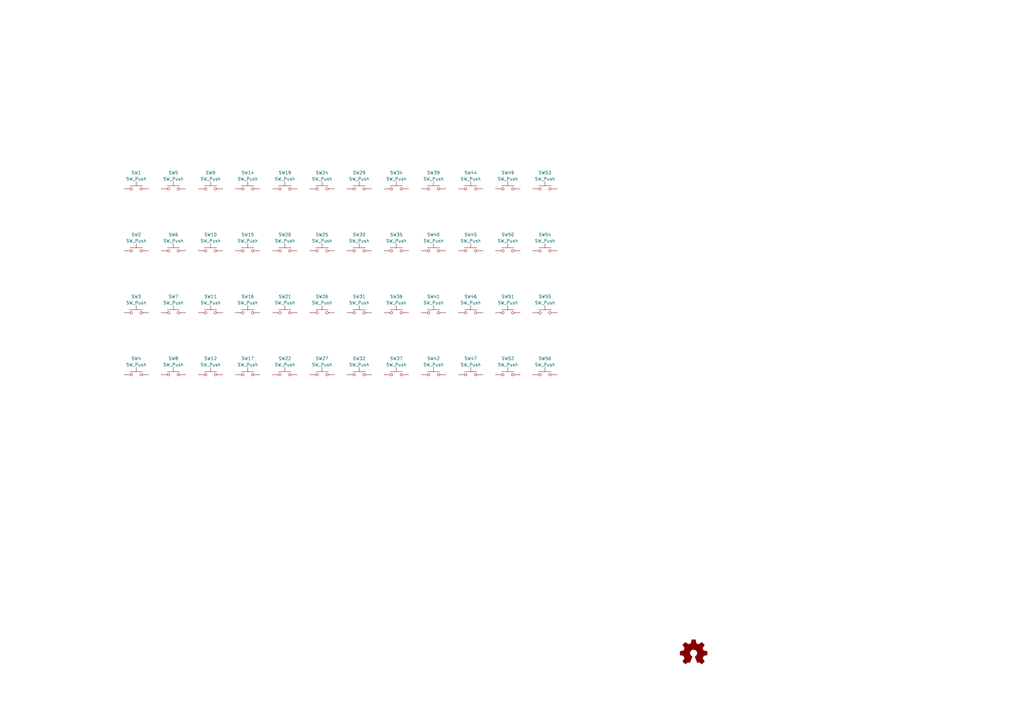
<source format=kicad_sch>
(kicad_sch (version 20211123) (generator eeschema)

  (uuid 1e61231f-0c0e-48bd-beef-c9849ffdfb3d)

  (paper "A3")

  (title_block
    (title "CMDR Mainboard")
    (date "2020-02-04")
    (rev "01")
    (company "CMtec")
  )

  (lib_symbols
    (symbol "Graphic:Logo_Open_Hardware_Small" (pin_names (offset 1.016)) (in_bom yes) (on_board yes)
      (property "Reference" "#LOGO" (id 0) (at 0 6.985 0)
        (effects (font (size 1.27 1.27)) hide)
      )
      (property "Value" "Logo_Open_Hardware_Small" (id 1) (at 0 -5.715 0)
        (effects (font (size 1.27 1.27)) hide)
      )
      (property "Footprint" "" (id 2) (at 0 0 0)
        (effects (font (size 1.27 1.27)) hide)
      )
      (property "Datasheet" "~" (id 3) (at 0 0 0)
        (effects (font (size 1.27 1.27)) hide)
      )
      (property "ki_keywords" "Logo" (id 4) (at 0 0 0)
        (effects (font (size 1.27 1.27)) hide)
      )
      (property "ki_description" "Open Hardware logo, small" (id 5) (at 0 0 0)
        (effects (font (size 1.27 1.27)) hide)
      )
      (symbol "Logo_Open_Hardware_Small_0_1"
        (polyline
          (pts
            (xy 3.3528 -4.3434)
            (xy 3.302 -4.318)
            (xy 3.175 -4.2418)
            (xy 2.9972 -4.1148)
            (xy 2.7686 -3.9624)
            (xy 2.54 -3.81)
            (xy 2.3622 -3.7084)
            (xy 2.2352 -3.6068)
            (xy 2.1844 -3.5814)
            (xy 2.159 -3.6068)
            (xy 2.0574 -3.6576)
            (xy 1.905 -3.7338)
            (xy 1.8034 -3.7846)
            (xy 1.6764 -3.8354)
            (xy 1.6002 -3.8354)
            (xy 1.6002 -3.8354)
            (xy 1.5494 -3.7338)
            (xy 1.4732 -3.5306)
            (xy 1.3462 -3.302)
            (xy 1.2446 -3.0226)
            (xy 1.1176 -2.7178)
            (xy 0.9652 -2.413)
            (xy 0.8636 -2.1082)
            (xy 0.7366 -1.8288)
            (xy 0.6604 -1.6256)
            (xy 0.6096 -1.4732)
            (xy 0.5842 -1.397)
            (xy 0.5842 -1.397)
            (xy 0.6604 -1.3208)
            (xy 0.7874 -1.2446)
            (xy 1.0414 -1.016)
            (xy 1.2954 -0.6858)
            (xy 1.4478 -0.3302)
            (xy 1.524 0.0762)
            (xy 1.4732 0.4572)
            (xy 1.3208 0.8128)
            (xy 1.0668 1.143)
            (xy 0.762 1.3716)
            (xy 0.4064 1.524)
            (xy 0 1.5748)
            (xy -0.381 1.5494)
            (xy -0.7366 1.397)
            (xy -1.0668 1.143)
            (xy -1.2192 0.9906)
            (xy -1.397 0.6604)
            (xy -1.524 0.3048)
            (xy -1.524 0.2286)
            (xy -1.4986 -0.1778)
            (xy -1.397 -0.5334)
            (xy -1.1938 -0.8636)
            (xy -0.9144 -1.143)
            (xy -0.8636 -1.1684)
            (xy -0.7366 -1.27)
            (xy -0.635 -1.3462)
            (xy -0.5842 -1.397)
            (xy -1.0668 -2.5908)
            (xy -1.143 -2.794)
            (xy -1.2954 -3.1242)
            (xy -1.397 -3.4036)
            (xy -1.4986 -3.6322)
            (xy -1.5748 -3.7846)
            (xy -1.6002 -3.8354)
            (xy -1.6002 -3.8354)
            (xy -1.651 -3.8354)
            (xy -1.7272 -3.81)
            (xy -1.905 -3.7338)
            (xy -2.0066 -3.683)
            (xy -2.1336 -3.6068)
            (xy -2.2098 -3.5814)
            (xy -2.2606 -3.6068)
            (xy -2.3622 -3.683)
            (xy -2.54 -3.81)
            (xy -2.7686 -3.9624)
            (xy -2.9718 -4.0894)
            (xy -3.1496 -4.2164)
            (xy -3.302 -4.318)
            (xy -3.3528 -4.3434)
            (xy -3.3782 -4.3434)
            (xy -3.429 -4.318)
            (xy -3.5306 -4.2164)
            (xy -3.7084 -4.064)
            (xy -3.937 -3.8354)
            (xy -3.9624 -3.81)
            (xy -4.1656 -3.6068)
            (xy -4.318 -3.4544)
            (xy -4.4196 -3.3274)
            (xy -4.445 -3.2766)
            (xy -4.445 -3.2766)
            (xy -4.4196 -3.2258)
            (xy -4.318 -3.0734)
            (xy -4.2164 -2.8956)
            (xy -4.064 -2.667)
            (xy -3.6576 -2.0828)
            (xy -3.8862 -1.5494)
            (xy -3.937 -1.3716)
            (xy -4.0386 -1.1684)
            (xy -4.0894 -1.0414)
            (xy -4.1148 -0.9652)
            (xy -4.191 -0.9398)
            (xy -4.318 -0.9144)
            (xy -4.5466 -0.8636)
            (xy -4.8006 -0.8128)
            (xy -5.0546 -0.7874)
            (xy -5.2578 -0.7366)
            (xy -5.4356 -0.7112)
            (xy -5.5118 -0.6858)
            (xy -5.5118 -0.6858)
            (xy -5.5372 -0.635)
            (xy -5.5372 -0.5588)
            (xy -5.5372 -0.4318)
            (xy -5.5626 -0.2286)
            (xy -5.5626 0.0762)
            (xy -5.5626 0.127)
            (xy -5.5372 0.4064)
            (xy -5.5372 0.635)
            (xy -5.5372 0.762)
            (xy -5.5372 0.8382)
            (xy -5.5372 0.8382)
            (xy -5.461 0.8382)
            (xy -5.3086 0.889)
            (xy -5.08 0.9144)
            (xy -4.826 0.9652)
            (xy -4.8006 0.9906)
            (xy -4.5466 1.0414)
            (xy -4.318 1.0668)
            (xy -4.1656 1.1176)
            (xy -4.0894 1.143)
            (xy -4.0894 1.143)
            (xy -4.0386 1.2446)
            (xy -3.9624 1.4224)
            (xy -3.8608 1.6256)
            (xy -3.7846 1.8288)
            (xy -3.7084 2.0066)
            (xy -3.6576 2.159)
            (xy -3.6322 2.2098)
            (xy -3.6322 2.2098)
            (xy -3.683 2.286)
            (xy -3.7592 2.413)
            (xy -3.8862 2.5908)
            (xy -4.064 2.8194)
            (xy -4.064 2.8448)
            (xy -4.2164 3.0734)
            (xy -4.3434 3.2512)
            (xy -4.4196 3.3782)
            (xy -4.445 3.4544)
            (xy -4.445 3.4544)
            (xy -4.3942 3.5052)
            (xy -4.2926 3.6322)
            (xy -4.1148 3.81)
            (xy -3.937 4.0132)
            (xy -3.8608 4.064)
            (xy -3.6576 4.2926)
            (xy -3.5052 4.4196)
            (xy -3.4036 4.4958)
            (xy -3.3528 4.5212)
            (xy -3.3528 4.5212)
            (xy -3.302 4.4704)
            (xy -3.1496 4.3688)
            (xy -2.9718 4.2418)
            (xy -2.7432 4.0894)
            (xy -2.7178 4.0894)
            (xy -2.4892 3.937)
            (xy -2.3114 3.81)
            (xy -2.1844 3.7084)
            (xy -2.1336 3.683)
            (xy -2.1082 3.683)
            (xy -2.032 3.7084)
            (xy -1.8542 3.7592)
            (xy -1.6764 3.8354)
            (xy -1.4732 3.937)
            (xy -1.27 4.0132)
            (xy -1.143 4.064)
            (xy -1.0668 4.1148)
            (xy -1.0668 4.1148)
            (xy -1.0414 4.191)
            (xy -1.016 4.3434)
            (xy -0.9652 4.572)
            (xy -0.9144 4.8514)
            (xy -0.889 4.9022)
            (xy -0.8382 5.1562)
            (xy -0.8128 5.3848)
            (xy -0.7874 5.5372)
            (xy -0.762 5.588)
            (xy -0.7112 5.6134)
            (xy -0.5842 5.6134)
            (xy -0.4064 5.6134)
            (xy -0.1524 5.6134)
            (xy 0.0762 5.6134)
            (xy 0.3302 5.6134)
            (xy 0.5334 5.6134)
            (xy 0.6858 5.588)
            (xy 0.7366 5.588)
            (xy 0.7366 5.588)
            (xy 0.762 5.5118)
            (xy 0.8128 5.334)
            (xy 0.8382 5.1054)
            (xy 0.9144 4.826)
            (xy 0.9144 4.7752)
            (xy 0.9652 4.5212)
            (xy 1.016 4.2926)
            (xy 1.0414 4.1402)
            (xy 1.0668 4.0894)
            (xy 1.0668 4.0894)
            (xy 1.1938 4.0386)
            (xy 1.3716 3.9624)
            (xy 1.5748 3.8608)
            (xy 2.0828 3.6576)
            (xy 2.7178 4.0894)
            (xy 2.7686 4.1402)
            (xy 2.9972 4.2926)
            (xy 3.175 4.4196)
            (xy 3.302 4.4958)
            (xy 3.3782 4.5212)
            (xy 3.3782 4.5212)
            (xy 3.429 4.4704)
            (xy 3.556 4.3434)
            (xy 3.7338 4.191)
            (xy 3.9116 3.9878)
            (xy 4.064 3.8354)
            (xy 4.2418 3.6576)
            (xy 4.3434 3.556)
            (xy 4.4196 3.4798)
            (xy 4.4196 3.429)
            (xy 4.4196 3.4036)
            (xy 4.3942 3.3274)
            (xy 4.2926 3.2004)
            (xy 4.1656 2.9972)
            (xy 4.0132 2.794)
            (xy 3.8862 2.5908)
            (xy 3.7592 2.3876)
            (xy 3.6576 2.2352)
            (xy 3.6322 2.159)
            (xy 3.6322 2.1336)
            (xy 3.683 2.0066)
            (xy 3.7592 1.8288)
            (xy 3.8608 1.6002)
            (xy 4.064 1.1176)
            (xy 4.3942 1.0414)
            (xy 4.5974 1.016)
            (xy 4.8768 0.9652)
            (xy 5.1308 0.9144)
            (xy 5.5372 0.8382)
            (xy 5.5626 -0.6604)
            (xy 5.4864 -0.6858)
            (xy 5.4356 -0.6858)
            (xy 5.2832 -0.7366)
            (xy 5.0546 -0.762)
            (xy 4.8006 -0.8128)
            (xy 4.5974 -0.8636)
            (xy 4.3688 -0.9144)
            (xy 4.2164 -0.9398)
            (xy 4.1402 -0.9398)
            (xy 4.1148 -0.9652)
            (xy 4.064 -1.0668)
            (xy 3.9878 -1.2446)
            (xy 3.9116 -1.4478)
            (xy 3.81 -1.651)
            (xy 3.7338 -1.8542)
            (xy 3.683 -2.0066)
            (xy 3.6576 -2.0828)
            (xy 3.683 -2.1336)
            (xy 3.7846 -2.2606)
            (xy 3.8862 -2.4638)
            (xy 4.0386 -2.667)
            (xy 4.191 -2.8956)
            (xy 4.318 -3.0734)
            (xy 4.3942 -3.2004)
            (xy 4.445 -3.2766)
            (xy 4.4196 -3.3274)
            (xy 4.3434 -3.429)
            (xy 4.1656 -3.5814)
            (xy 3.937 -3.8354)
            (xy 3.8862 -3.8608)
            (xy 3.683 -4.064)
            (xy 3.5306 -4.2164)
            (xy 3.4036 -4.318)
            (xy 3.3528 -4.3434)
          )
          (stroke (width 0) (type default) (color 0 0 0 0))
          (fill (type outline))
        )
      )
    )
    (symbol "Switch:SW_Push" (pin_numbers hide) (pin_names (offset 1.016) hide) (in_bom yes) (on_board yes)
      (property "Reference" "SW" (id 0) (at 1.27 2.54 0)
        (effects (font (size 1.27 1.27)) (justify left))
      )
      (property "Value" "SW_Push" (id 1) (at 0 -1.524 0)
        (effects (font (size 1.27 1.27)))
      )
      (property "Footprint" "" (id 2) (at 0 5.08 0)
        (effects (font (size 1.27 1.27)) hide)
      )
      (property "Datasheet" "~" (id 3) (at 0 5.08 0)
        (effects (font (size 1.27 1.27)) hide)
      )
      (property "ki_keywords" "switch normally-open pushbutton push-button" (id 4) (at 0 0 0)
        (effects (font (size 1.27 1.27)) hide)
      )
      (property "ki_description" "Push button switch, generic, two pins" (id 5) (at 0 0 0)
        (effects (font (size 1.27 1.27)) hide)
      )
      (symbol "SW_Push_0_1"
        (circle (center -2.032 0) (radius 0.508)
          (stroke (width 0) (type default) (color 0 0 0 0))
          (fill (type none))
        )
        (polyline
          (pts
            (xy 0 1.27)
            (xy 0 3.048)
          )
          (stroke (width 0) (type default) (color 0 0 0 0))
          (fill (type none))
        )
        (polyline
          (pts
            (xy 2.54 1.27)
            (xy -2.54 1.27)
          )
          (stroke (width 0) (type default) (color 0 0 0 0))
          (fill (type none))
        )
        (circle (center 2.032 0) (radius 0.508)
          (stroke (width 0) (type default) (color 0 0 0 0))
          (fill (type none))
        )
        (pin passive line (at -5.08 0 0) (length 2.54)
          (name "1" (effects (font (size 1.27 1.27))))
          (number "1" (effects (font (size 1.27 1.27))))
        )
        (pin passive line (at 5.08 0 180) (length 2.54)
          (name "2" (effects (font (size 1.27 1.27))))
          (number "2" (effects (font (size 1.27 1.27))))
        )
      )
    )
  )


  (symbol (lib_id "Graphic:Logo_Open_Hardware_Small") (at 284.48 267.97 0) (unit 1)
    (in_bom yes) (on_board yes)
    (uuid 00000000-0000-0000-0000-00005e3f020c)
    (property "Reference" "#LOGO1" (id 0) (at 284.48 260.985 0)
      (effects (font (size 1.27 1.27)) hide)
    )
    (property "Value" "Logo_Open_Hardware_Small" (id 1) (at 284.48 273.685 0)
      (effects (font (size 1.27 1.27)) hide)
    )
    (property "Footprint" "Symbol:OSHW-Logo2_14.6x12mm_SilkScreen" (id 2) (at 284.48 267.97 0)
      (effects (font (size 1.27 1.27)) hide)
    )
    (property "Datasheet" "~" (id 3) (at 284.48 267.97 0)
      (effects (font (size 1.27 1.27)) hide)
    )
  )

  (symbol (lib_id "Switch:SW_Push") (at 116.84 153.67 0) (unit 1)
    (in_bom yes) (on_board yes) (fields_autoplaced)
    (uuid 0cf92910-8599-4991-8b42-0cb4f999f29e)
    (property "Reference" "SW22" (id 0) (at 116.84 147.0492 0))
    (property "Value" "SW_Push" (id 1) (at 116.84 149.5861 0))
    (property "Footprint" "Switch_Keyboard_Cherry_MX:SW_Cherry_MX_Plate" (id 2) (at 116.84 148.59 0)
      (effects (font (size 1.27 1.27)) hide)
    )
    (property "Datasheet" "~" (id 3) (at 116.84 148.59 0)
      (effects (font (size 1.27 1.27)) hide)
    )
    (pin "1" (uuid 47802034-e453-45b2-96b5-8e2a33dd1a97))
    (pin "2" (uuid e93cd925-8711-42fe-8158-5f30676010ce))
  )

  (symbol (lib_id "Switch:SW_Push") (at 101.6 102.87 0) (unit 1)
    (in_bom yes) (on_board yes) (fields_autoplaced)
    (uuid 0f26e265-7ee7-4aa0-9ea6-b7157020f271)
    (property "Reference" "SW15" (id 0) (at 101.6 96.2492 0))
    (property "Value" "SW_Push" (id 1) (at 101.6 98.7861 0))
    (property "Footprint" "Switch_Keyboard_Cherry_MX:SW_Cherry_MX_Plate" (id 2) (at 101.6 97.79 0)
      (effects (font (size 1.27 1.27)) hide)
    )
    (property "Datasheet" "~" (id 3) (at 101.6 97.79 0)
      (effects (font (size 1.27 1.27)) hide)
    )
    (pin "1" (uuid da2a9609-bece-4f7a-998d-f6c7cfe86be3))
    (pin "2" (uuid a258fa96-d829-4aa5-8c72-1fd49bd738ee))
  )

  (symbol (lib_id "Switch:SW_Push") (at 177.8 153.67 0) (unit 1)
    (in_bom yes) (on_board yes) (fields_autoplaced)
    (uuid 1682e566-91ca-4f7e-8857-0ad6f988f681)
    (property "Reference" "SW42" (id 0) (at 177.8 147.0492 0))
    (property "Value" "SW_Push" (id 1) (at 177.8 149.5861 0))
    (property "Footprint" "Switch_Keyboard_Cherry_MX:SW_Cherry_MX_Plate" (id 2) (at 177.8 148.59 0)
      (effects (font (size 1.27 1.27)) hide)
    )
    (property "Datasheet" "~" (id 3) (at 177.8 148.59 0)
      (effects (font (size 1.27 1.27)) hide)
    )
    (pin "1" (uuid 90f1e625-527d-431e-844a-86e2c7b0777b))
    (pin "2" (uuid 0d69d325-e6f6-4151-a89e-01d7b0985055))
  )

  (symbol (lib_id "Switch:SW_Push") (at 55.88 153.67 0) (unit 1)
    (in_bom yes) (on_board yes) (fields_autoplaced)
    (uuid 18b38b4c-f93c-4d0f-ac55-f35f37583eb8)
    (property "Reference" "SW4" (id 0) (at 55.88 147.0492 0))
    (property "Value" "SW_Push" (id 1) (at 55.88 149.5861 0))
    (property "Footprint" "Switch_Keyboard_Cherry_MX:SW_Cherry_MX_Plate" (id 2) (at 55.88 148.59 0)
      (effects (font (size 1.27 1.27)) hide)
    )
    (property "Datasheet" "~" (id 3) (at 55.88 148.59 0)
      (effects (font (size 1.27 1.27)) hide)
    )
    (pin "1" (uuid 3b28dce5-ae69-48a9-ae24-26261bb3ebb2))
    (pin "2" (uuid ca3222fa-dc55-4b61-9aaa-cd15b9fae20c))
  )

  (symbol (lib_id "Switch:SW_Push") (at 71.12 153.67 0) (unit 1)
    (in_bom yes) (on_board yes) (fields_autoplaced)
    (uuid 1b25a92d-4fa6-4cca-ac35-af5e41647e63)
    (property "Reference" "SW8" (id 0) (at 71.12 147.0492 0))
    (property "Value" "SW_Push" (id 1) (at 71.12 149.5861 0))
    (property "Footprint" "Switch_Keyboard_Cherry_MX:SW_Cherry_MX_Plate" (id 2) (at 71.12 148.59 0)
      (effects (font (size 1.27 1.27)) hide)
    )
    (property "Datasheet" "~" (id 3) (at 71.12 148.59 0)
      (effects (font (size 1.27 1.27)) hide)
    )
    (pin "1" (uuid 248a55c2-6dc6-406d-838c-ac87d9d8aeb1))
    (pin "2" (uuid 28b68917-4082-4ba8-8514-7cff5b5be94d))
  )

  (symbol (lib_id "Switch:SW_Push") (at 223.52 128.27 0) (unit 1)
    (in_bom yes) (on_board yes) (fields_autoplaced)
    (uuid 1cc56d76-bc27-4bdd-ae10-160db188a053)
    (property "Reference" "SW55" (id 0) (at 223.52 121.6492 0))
    (property "Value" "SW_Push" (id 1) (at 223.52 124.1861 0))
    (property "Footprint" "Switch_Keyboard_Cherry_MX:SW_Cherry_MX_Plate" (id 2) (at 223.52 123.19 0)
      (effects (font (size 1.27 1.27)) hide)
    )
    (property "Datasheet" "~" (id 3) (at 223.52 123.19 0)
      (effects (font (size 1.27 1.27)) hide)
    )
    (pin "1" (uuid da88e09f-1596-44d2-8c25-89a5b3c6cbba))
    (pin "2" (uuid b9cffa98-6f30-44f1-b8b7-cf07c467ea5a))
  )

  (symbol (lib_id "Switch:SW_Push") (at 162.56 153.67 0) (unit 1)
    (in_bom yes) (on_board yes) (fields_autoplaced)
    (uuid 1e7d2456-3caf-4a43-8229-59b6e914abcd)
    (property "Reference" "SW37" (id 0) (at 162.56 147.0492 0))
    (property "Value" "SW_Push" (id 1) (at 162.56 149.5861 0))
    (property "Footprint" "Switch_Keyboard_Cherry_MX:SW_Cherry_MX_Plate" (id 2) (at 162.56 148.59 0)
      (effects (font (size 1.27 1.27)) hide)
    )
    (property "Datasheet" "~" (id 3) (at 162.56 148.59 0)
      (effects (font (size 1.27 1.27)) hide)
    )
    (pin "1" (uuid 7b42a372-7b83-4db5-b88d-6f11484c057e))
    (pin "2" (uuid aa7469f3-6557-4fb0-9565-a2d6209db77f))
  )

  (symbol (lib_id "Switch:SW_Push") (at 162.56 102.87 0) (unit 1)
    (in_bom yes) (on_board yes) (fields_autoplaced)
    (uuid 2ca56e6e-2c62-459d-bc1d-408b3dcf80d6)
    (property "Reference" "SW35" (id 0) (at 162.56 96.2492 0))
    (property "Value" "SW_Push" (id 1) (at 162.56 98.7861 0))
    (property "Footprint" "Switch_Keyboard_Cherry_MX:SW_Cherry_MX_Plate" (id 2) (at 162.56 97.79 0)
      (effects (font (size 1.27 1.27)) hide)
    )
    (property "Datasheet" "~" (id 3) (at 162.56 97.79 0)
      (effects (font (size 1.27 1.27)) hide)
    )
    (pin "1" (uuid 1476e2fb-e269-4a7f-96a4-727403eb483a))
    (pin "2" (uuid 26d56664-10f3-4306-a1a9-cd409ad9e868))
  )

  (symbol (lib_id "Switch:SW_Push") (at 86.36 102.87 0) (unit 1)
    (in_bom yes) (on_board yes) (fields_autoplaced)
    (uuid 2cec0f20-7c69-4089-aedf-a935746d41ae)
    (property "Reference" "SW10" (id 0) (at 86.36 96.2492 0))
    (property "Value" "SW_Push" (id 1) (at 86.36 98.7861 0))
    (property "Footprint" "Switch_Keyboard_Cherry_MX:SW_Cherry_MX_Plate" (id 2) (at 86.36 97.79 0)
      (effects (font (size 1.27 1.27)) hide)
    )
    (property "Datasheet" "~" (id 3) (at 86.36 97.79 0)
      (effects (font (size 1.27 1.27)) hide)
    )
    (pin "1" (uuid 14148867-d53e-4d9d-816e-de1ac186e4d4))
    (pin "2" (uuid 58d15900-4cc3-4362-a693-cedd3ab45d11))
  )

  (symbol (lib_id "Switch:SW_Push") (at 208.28 102.87 0) (unit 1)
    (in_bom yes) (on_board yes) (fields_autoplaced)
    (uuid 40dbfe91-5d27-4e6c-810c-4a8a99b6ae28)
    (property "Reference" "SW50" (id 0) (at 208.28 96.2492 0))
    (property "Value" "SW_Push" (id 1) (at 208.28 98.7861 0))
    (property "Footprint" "Switch_Keyboard_Cherry_MX:SW_Cherry_MX_Plate" (id 2) (at 208.28 97.79 0)
      (effects (font (size 1.27 1.27)) hide)
    )
    (property "Datasheet" "~" (id 3) (at 208.28 97.79 0)
      (effects (font (size 1.27 1.27)) hide)
    )
    (pin "1" (uuid ce6255e2-9fec-4fb8-baf7-1cf844041c06))
    (pin "2" (uuid ae481736-e50f-43f2-b4c1-30ffff769a4a))
  )

  (symbol (lib_id "Switch:SW_Push") (at 193.04 77.47 0) (unit 1)
    (in_bom yes) (on_board yes) (fields_autoplaced)
    (uuid 4856cae8-83e2-4e8f-90fd-fb1f8c93fc04)
    (property "Reference" "SW44" (id 0) (at 193.04 70.8492 0))
    (property "Value" "SW_Push" (id 1) (at 193.04 73.3861 0))
    (property "Footprint" "Switch_Keyboard_Cherry_MX:SW_Cherry_MX_Plate" (id 2) (at 193.04 72.39 0)
      (effects (font (size 1.27 1.27)) hide)
    )
    (property "Datasheet" "~" (id 3) (at 193.04 72.39 0)
      (effects (font (size 1.27 1.27)) hide)
    )
    (pin "1" (uuid b25e19fd-0369-4b58-8765-c6382acb8a00))
    (pin "2" (uuid ef520c99-2b02-41f4-a505-cfac0b6a34de))
  )

  (symbol (lib_id "Switch:SW_Push") (at 208.28 128.27 0) (unit 1)
    (in_bom yes) (on_board yes) (fields_autoplaced)
    (uuid 559b4d94-cb93-4c8c-a400-05b30cb989aa)
    (property "Reference" "SW51" (id 0) (at 208.28 121.6492 0))
    (property "Value" "SW_Push" (id 1) (at 208.28 124.1861 0))
    (property "Footprint" "Switch_Keyboard_Cherry_MX:SW_Cherry_MX_Plate" (id 2) (at 208.28 123.19 0)
      (effects (font (size 1.27 1.27)) hide)
    )
    (property "Datasheet" "~" (id 3) (at 208.28 123.19 0)
      (effects (font (size 1.27 1.27)) hide)
    )
    (pin "1" (uuid b6f050b6-cdd6-405e-b91c-9c550dbe01a0))
    (pin "2" (uuid c6e60a7a-d002-4ef2-bfc0-b54dc6cf81c9))
  )

  (symbol (lib_id "Switch:SW_Push") (at 223.52 77.47 0) (unit 1)
    (in_bom yes) (on_board yes) (fields_autoplaced)
    (uuid 56598d35-db53-4e8b-b068-25db11ea189d)
    (property "Reference" "SW53" (id 0) (at 223.52 70.8492 0))
    (property "Value" "SW_Push" (id 1) (at 223.52 73.3861 0))
    (property "Footprint" "Switch_Keyboard_Cherry_MX:SW_Cherry_MX_Plate" (id 2) (at 223.52 72.39 0)
      (effects (font (size 1.27 1.27)) hide)
    )
    (property "Datasheet" "~" (id 3) (at 223.52 72.39 0)
      (effects (font (size 1.27 1.27)) hide)
    )
    (pin "1" (uuid 7bd97f1c-3b8c-4e69-b71f-a11ac4101016))
    (pin "2" (uuid 00452314-9bfa-4a5f-a431-eb394c209c27))
  )

  (symbol (lib_id "Switch:SW_Push") (at 86.36 128.27 0) (unit 1)
    (in_bom yes) (on_board yes) (fields_autoplaced)
    (uuid 56c1fe9a-7e35-4f46-b495-c6eef3cefd8e)
    (property "Reference" "SW11" (id 0) (at 86.36 121.6492 0))
    (property "Value" "SW_Push" (id 1) (at 86.36 124.1861 0))
    (property "Footprint" "Switch_Keyboard_Cherry_MX:SW_Cherry_MX_Plate" (id 2) (at 86.36 123.19 0)
      (effects (font (size 1.27 1.27)) hide)
    )
    (property "Datasheet" "~" (id 3) (at 86.36 123.19 0)
      (effects (font (size 1.27 1.27)) hide)
    )
    (pin "1" (uuid 7c7e8287-3bea-48e0-a909-711f06ea9fd3))
    (pin "2" (uuid a6da9f6a-85fd-4965-bdf9-408b3c08d99a))
  )

  (symbol (lib_id "Switch:SW_Push") (at 132.08 77.47 0) (unit 1)
    (in_bom yes) (on_board yes) (fields_autoplaced)
    (uuid 577e4950-b37b-458f-9591-80706bcee575)
    (property "Reference" "SW24" (id 0) (at 132.08 70.8492 0))
    (property "Value" "SW_Push" (id 1) (at 132.08 73.3861 0))
    (property "Footprint" "Switch_Keyboard_Cherry_MX:SW_Cherry_MX_Plate" (id 2) (at 132.08 72.39 0)
      (effects (font (size 1.27 1.27)) hide)
    )
    (property "Datasheet" "~" (id 3) (at 132.08 72.39 0)
      (effects (font (size 1.27 1.27)) hide)
    )
    (pin "1" (uuid 892f294f-b0d5-4b46-b65b-e9e46c92a3e3))
    (pin "2" (uuid 29907b78-d668-4ccd-81ee-b82ab6055210))
  )

  (symbol (lib_id "Switch:SW_Push") (at 208.28 153.67 0) (unit 1)
    (in_bom yes) (on_board yes) (fields_autoplaced)
    (uuid 61eeffb9-9c46-4728-becf-a0acb76c90bb)
    (property "Reference" "SW52" (id 0) (at 208.28 147.0492 0))
    (property "Value" "SW_Push" (id 1) (at 208.28 149.5861 0))
    (property "Footprint" "Switch_Keyboard_Cherry_MX:SW_Cherry_MX_Plate" (id 2) (at 208.28 148.59 0)
      (effects (font (size 1.27 1.27)) hide)
    )
    (property "Datasheet" "~" (id 3) (at 208.28 148.59 0)
      (effects (font (size 1.27 1.27)) hide)
    )
    (pin "1" (uuid 73483275-5a81-4376-b9e2-7ada01f23a57))
    (pin "2" (uuid 9cb6a763-ca59-467e-a167-eb7ece67b768))
  )

  (symbol (lib_id "Switch:SW_Push") (at 101.6 128.27 0) (unit 1)
    (in_bom yes) (on_board yes) (fields_autoplaced)
    (uuid 6322a36a-7185-4214-a06c-3fe89d0d0fa8)
    (property "Reference" "SW16" (id 0) (at 101.6 121.6492 0))
    (property "Value" "SW_Push" (id 1) (at 101.6 124.1861 0))
    (property "Footprint" "Switch_Keyboard_Cherry_MX:SW_Cherry_MX_Plate" (id 2) (at 101.6 123.19 0)
      (effects (font (size 1.27 1.27)) hide)
    )
    (property "Datasheet" "~" (id 3) (at 101.6 123.19 0)
      (effects (font (size 1.27 1.27)) hide)
    )
    (pin "1" (uuid 1ea9560d-51f1-443f-b9de-ae1306075ec7))
    (pin "2" (uuid 77b5d70a-7867-40d6-9675-783fe4c5d1a3))
  )

  (symbol (lib_id "Switch:SW_Push") (at 193.04 128.27 0) (unit 1)
    (in_bom yes) (on_board yes) (fields_autoplaced)
    (uuid 679199d2-3e58-4b1e-a8e0-a8f26548e0cc)
    (property "Reference" "SW46" (id 0) (at 193.04 121.6492 0))
    (property "Value" "SW_Push" (id 1) (at 193.04 124.1861 0))
    (property "Footprint" "Switch_Keyboard_Cherry_MX:SW_Cherry_MX_Plate" (id 2) (at 193.04 123.19 0)
      (effects (font (size 1.27 1.27)) hide)
    )
    (property "Datasheet" "~" (id 3) (at 193.04 123.19 0)
      (effects (font (size 1.27 1.27)) hide)
    )
    (pin "1" (uuid 6a12208c-2c71-4e56-b3c9-4c2290d3800f))
    (pin "2" (uuid da9c4408-7b45-4baf-819d-eab25e13bf39))
  )

  (symbol (lib_id "Switch:SW_Push") (at 55.88 77.47 0) (unit 1)
    (in_bom yes) (on_board yes) (fields_autoplaced)
    (uuid 6ba4e638-190d-44a7-96cf-46103f297aaa)
    (property "Reference" "SW1" (id 0) (at 55.88 70.8492 0))
    (property "Value" "SW_Push" (id 1) (at 55.88 73.3861 0))
    (property "Footprint" "Switch_Keyboard_Cherry_MX:SW_Cherry_MX_Plate" (id 2) (at 55.88 72.39 0)
      (effects (font (size 1.27 1.27)) hide)
    )
    (property "Datasheet" "~" (id 3) (at 55.88 72.39 0)
      (effects (font (size 1.27 1.27)) hide)
    )
    (pin "1" (uuid 846e5bf5-3e98-44a8-8e21-65b055c36e92))
    (pin "2" (uuid c6238753-2341-4913-bc73-f872274eadff))
  )

  (symbol (lib_id "Switch:SW_Push") (at 116.84 102.87 0) (unit 1)
    (in_bom yes) (on_board yes) (fields_autoplaced)
    (uuid 6f30f2d5-a470-465d-80e2-448a47167969)
    (property "Reference" "SW20" (id 0) (at 116.84 96.2492 0))
    (property "Value" "SW_Push" (id 1) (at 116.84 98.7861 0))
    (property "Footprint" "Switch_Keyboard_Cherry_MX:SW_Cherry_MX_Plate" (id 2) (at 116.84 97.79 0)
      (effects (font (size 1.27 1.27)) hide)
    )
    (property "Datasheet" "~" (id 3) (at 116.84 97.79 0)
      (effects (font (size 1.27 1.27)) hide)
    )
    (pin "1" (uuid 03717522-8395-432a-b11e-ce07d01806f6))
    (pin "2" (uuid 06b4c64c-dbcc-46ad-b8e0-3590e8e66133))
  )

  (symbol (lib_id "Switch:SW_Push") (at 71.12 128.27 0) (unit 1)
    (in_bom yes) (on_board yes) (fields_autoplaced)
    (uuid 72a8c3d0-5725-4a5d-8236-f6ffa615e17e)
    (property "Reference" "SW7" (id 0) (at 71.12 121.6492 0))
    (property "Value" "SW_Push" (id 1) (at 71.12 124.1861 0))
    (property "Footprint" "Switch_Keyboard_Cherry_MX:SW_Cherry_MX_Plate" (id 2) (at 71.12 123.19 0)
      (effects (font (size 1.27 1.27)) hide)
    )
    (property "Datasheet" "~" (id 3) (at 71.12 123.19 0)
      (effects (font (size 1.27 1.27)) hide)
    )
    (pin "1" (uuid ff37895c-622c-4b29-ba92-339b486abbb8))
    (pin "2" (uuid dcf69d86-a18f-4096-a1ab-8d32d355ec76))
  )

  (symbol (lib_id "Switch:SW_Push") (at 177.8 128.27 0) (unit 1)
    (in_bom yes) (on_board yes) (fields_autoplaced)
    (uuid 730591f4-79a8-41cf-b8cf-07025b672674)
    (property "Reference" "SW41" (id 0) (at 177.8 121.6492 0))
    (property "Value" "SW_Push" (id 1) (at 177.8 124.1861 0))
    (property "Footprint" "Switch_Keyboard_Cherry_MX:SW_Cherry_MX_Plate" (id 2) (at 177.8 123.19 0)
      (effects (font (size 1.27 1.27)) hide)
    )
    (property "Datasheet" "~" (id 3) (at 177.8 123.19 0)
      (effects (font (size 1.27 1.27)) hide)
    )
    (pin "1" (uuid eb5b86e2-8482-4929-9ea7-584cfdbab810))
    (pin "2" (uuid 76a482d4-edb4-4a44-83e3-6e93f9318391))
  )

  (symbol (lib_id "Switch:SW_Push") (at 147.32 153.67 0) (unit 1)
    (in_bom yes) (on_board yes) (fields_autoplaced)
    (uuid 767c7f7a-d46b-4902-8d8a-fe05ee8c6832)
    (property "Reference" "SW32" (id 0) (at 147.32 147.0492 0))
    (property "Value" "SW_Push" (id 1) (at 147.32 149.5861 0))
    (property "Footprint" "Switch_Keyboard_Cherry_MX:SW_Cherry_MX_Plate" (id 2) (at 147.32 148.59 0)
      (effects (font (size 1.27 1.27)) hide)
    )
    (property "Datasheet" "~" (id 3) (at 147.32 148.59 0)
      (effects (font (size 1.27 1.27)) hide)
    )
    (pin "1" (uuid 00760e5a-32f5-48de-b964-14851fa7b70c))
    (pin "2" (uuid 4c466633-91ad-4826-82ca-a70405657ead))
  )

  (symbol (lib_id "Switch:SW_Push") (at 132.08 102.87 0) (unit 1)
    (in_bom yes) (on_board yes) (fields_autoplaced)
    (uuid 847e091e-9a9f-45b5-b94e-6fd8b52a85fb)
    (property "Reference" "SW25" (id 0) (at 132.08 96.2492 0))
    (property "Value" "SW_Push" (id 1) (at 132.08 98.7861 0))
    (property "Footprint" "Switch_Keyboard_Cherry_MX:SW_Cherry_MX_Plate" (id 2) (at 132.08 97.79 0)
      (effects (font (size 1.27 1.27)) hide)
    )
    (property "Datasheet" "~" (id 3) (at 132.08 97.79 0)
      (effects (font (size 1.27 1.27)) hide)
    )
    (pin "1" (uuid 54675d40-f5db-4bf9-80c5-a6ce7b11e0f9))
    (pin "2" (uuid 652e21ef-2200-4e2d-92d8-1c8842d4cd16))
  )

  (symbol (lib_id "Switch:SW_Push") (at 177.8 102.87 0) (unit 1)
    (in_bom yes) (on_board yes) (fields_autoplaced)
    (uuid 8712b287-447a-4f8e-ac28-e6b1ff2ab086)
    (property "Reference" "SW40" (id 0) (at 177.8 96.2492 0))
    (property "Value" "SW_Push" (id 1) (at 177.8 98.7861 0))
    (property "Footprint" "Switch_Keyboard_Cherry_MX:SW_Cherry_MX_Plate" (id 2) (at 177.8 97.79 0)
      (effects (font (size 1.27 1.27)) hide)
    )
    (property "Datasheet" "~" (id 3) (at 177.8 97.79 0)
      (effects (font (size 1.27 1.27)) hide)
    )
    (pin "1" (uuid 63afab28-1c8c-433f-8c96-3901fdea513a))
    (pin "2" (uuid 448314e2-ec7d-4487-931d-03d7d9944d84))
  )

  (symbol (lib_id "Switch:SW_Push") (at 86.36 153.67 0) (unit 1)
    (in_bom yes) (on_board yes) (fields_autoplaced)
    (uuid 8a0b9652-367e-4033-9612-5deafe6b471d)
    (property "Reference" "SW12" (id 0) (at 86.36 147.0492 0))
    (property "Value" "SW_Push" (id 1) (at 86.36 149.5861 0))
    (property "Footprint" "Switch_Keyboard_Cherry_MX:SW_Cherry_MX_Plate" (id 2) (at 86.36 148.59 0)
      (effects (font (size 1.27 1.27)) hide)
    )
    (property "Datasheet" "~" (id 3) (at 86.36 148.59 0)
      (effects (font (size 1.27 1.27)) hide)
    )
    (pin "1" (uuid de69e628-a160-4d28-833c-fe9ea51f586b))
    (pin "2" (uuid 8116d410-5ded-4a49-b029-e25baef2420c))
  )

  (symbol (lib_id "Switch:SW_Push") (at 101.6 77.47 0) (unit 1)
    (in_bom yes) (on_board yes) (fields_autoplaced)
    (uuid 9ee02a3f-7c06-4e1a-ad68-5f74f2f8dca1)
    (property "Reference" "SW14" (id 0) (at 101.6 70.8492 0))
    (property "Value" "SW_Push" (id 1) (at 101.6 73.3861 0))
    (property "Footprint" "Switch_Keyboard_Cherry_MX:SW_Cherry_MX_Plate" (id 2) (at 101.6 72.39 0)
      (effects (font (size 1.27 1.27)) hide)
    )
    (property "Datasheet" "~" (id 3) (at 101.6 72.39 0)
      (effects (font (size 1.27 1.27)) hide)
    )
    (pin "1" (uuid de51d36e-a952-44a5-84a6-ca92b5694b4a))
    (pin "2" (uuid cfb42a48-7c03-4ec7-9480-5bfcce64f8f2))
  )

  (symbol (lib_id "Switch:SW_Push") (at 162.56 128.27 0) (unit 1)
    (in_bom yes) (on_board yes) (fields_autoplaced)
    (uuid 9f9e1db9-c8c1-4e10-b041-ef5013743946)
    (property "Reference" "SW36" (id 0) (at 162.56 121.6492 0))
    (property "Value" "SW_Push" (id 1) (at 162.56 124.1861 0))
    (property "Footprint" "Switch_Keyboard_Cherry_MX:SW_Cherry_MX_Plate" (id 2) (at 162.56 123.19 0)
      (effects (font (size 1.27 1.27)) hide)
    )
    (property "Datasheet" "~" (id 3) (at 162.56 123.19 0)
      (effects (font (size 1.27 1.27)) hide)
    )
    (pin "1" (uuid d0992a87-f9ca-4ad1-b49f-5418f53a75e3))
    (pin "2" (uuid 995ccadc-6443-4848-a92a-2be5c2bff930))
  )

  (symbol (lib_id "Switch:SW_Push") (at 177.8 77.47 0) (unit 1)
    (in_bom yes) (on_board yes) (fields_autoplaced)
    (uuid a0497e7a-8615-494b-a3f7-a7a525a090b2)
    (property "Reference" "SW39" (id 0) (at 177.8 70.8492 0))
    (property "Value" "SW_Push" (id 1) (at 177.8 73.3861 0))
    (property "Footprint" "Switch_Keyboard_Cherry_MX:SW_Cherry_MX_Plate" (id 2) (at 177.8 72.39 0)
      (effects (font (size 1.27 1.27)) hide)
    )
    (property "Datasheet" "~" (id 3) (at 177.8 72.39 0)
      (effects (font (size 1.27 1.27)) hide)
    )
    (pin "1" (uuid af0bb9fe-a3b6-4570-9156-389f5bbcaa6c))
    (pin "2" (uuid b8ebf39e-023e-4664-a2f7-d09c11d791a7))
  )

  (symbol (lib_id "Switch:SW_Push") (at 193.04 153.67 0) (unit 1)
    (in_bom yes) (on_board yes) (fields_autoplaced)
    (uuid ae478ca1-ec2e-4f15-9c1e-2e4af51bb779)
    (property "Reference" "SW47" (id 0) (at 193.04 147.0492 0))
    (property "Value" "SW_Push" (id 1) (at 193.04 149.5861 0))
    (property "Footprint" "Switch_Keyboard_Cherry_MX:SW_Cherry_MX_Plate" (id 2) (at 193.04 148.59 0)
      (effects (font (size 1.27 1.27)) hide)
    )
    (property "Datasheet" "~" (id 3) (at 193.04 148.59 0)
      (effects (font (size 1.27 1.27)) hide)
    )
    (pin "1" (uuid 6e7641c5-ea08-4e59-bbbc-c41db9f210f3))
    (pin "2" (uuid c0e2f282-4c7d-497d-99ff-40c6f1fedc81))
  )

  (symbol (lib_id "Switch:SW_Push") (at 86.36 77.47 0) (unit 1)
    (in_bom yes) (on_board yes) (fields_autoplaced)
    (uuid b21e9544-83dc-4ff4-bada-48117989c1c7)
    (property "Reference" "SW9" (id 0) (at 86.36 70.8492 0))
    (property "Value" "SW_Push" (id 1) (at 86.36 73.3861 0))
    (property "Footprint" "Switch_Keyboard_Cherry_MX:SW_Cherry_MX_Plate" (id 2) (at 86.36 72.39 0)
      (effects (font (size 1.27 1.27)) hide)
    )
    (property "Datasheet" "~" (id 3) (at 86.36 72.39 0)
      (effects (font (size 1.27 1.27)) hide)
    )
    (pin "1" (uuid b36d0f43-bee9-4fde-b5fd-76fce0b7ee9b))
    (pin "2" (uuid fb7766f7-a04c-4648-aae0-c29716b016ec))
  )

  (symbol (lib_id "Switch:SW_Push") (at 116.84 77.47 0) (unit 1)
    (in_bom yes) (on_board yes) (fields_autoplaced)
    (uuid b38fd2ca-6f68-4e70-9b86-9bdf66241350)
    (property "Reference" "SW19" (id 0) (at 116.84 70.8492 0))
    (property "Value" "SW_Push" (id 1) (at 116.84 73.3861 0))
    (property "Footprint" "Switch_Keyboard_Cherry_MX:SW_Cherry_MX_Plate" (id 2) (at 116.84 72.39 0)
      (effects (font (size 1.27 1.27)) hide)
    )
    (property "Datasheet" "~" (id 3) (at 116.84 72.39 0)
      (effects (font (size 1.27 1.27)) hide)
    )
    (pin "1" (uuid f9759f7b-a61f-4591-a829-9299c7a0ea78))
    (pin "2" (uuid c3493068-6383-41c8-b401-96399e897781))
  )

  (symbol (lib_id "Switch:SW_Push") (at 147.32 102.87 0) (unit 1)
    (in_bom yes) (on_board yes) (fields_autoplaced)
    (uuid b5550252-e000-488e-a0fb-a03adef34dd6)
    (property "Reference" "SW30" (id 0) (at 147.32 96.2492 0))
    (property "Value" "SW_Push" (id 1) (at 147.32 98.7861 0))
    (property "Footprint" "Switch_Keyboard_Cherry_MX:SW_Cherry_MX_Plate" (id 2) (at 147.32 97.79 0)
      (effects (font (size 1.27 1.27)) hide)
    )
    (property "Datasheet" "~" (id 3) (at 147.32 97.79 0)
      (effects (font (size 1.27 1.27)) hide)
    )
    (pin "1" (uuid 919e9e92-58c8-4da9-a6b2-ae57f653ec69))
    (pin "2" (uuid bdb25253-4929-4e2e-a489-e4e79e0acb59))
  )

  (symbol (lib_id "Switch:SW_Push") (at 147.32 77.47 0) (unit 1)
    (in_bom yes) (on_board yes) (fields_autoplaced)
    (uuid b9e72ab6-d356-450f-848c-1b03d5a7a797)
    (property "Reference" "SW29" (id 0) (at 147.32 70.8492 0))
    (property "Value" "SW_Push" (id 1) (at 147.32 73.3861 0))
    (property "Footprint" "Switch_Keyboard_Cherry_MX:SW_Cherry_MX_Plate" (id 2) (at 147.32 72.39 0)
      (effects (font (size 1.27 1.27)) hide)
    )
    (property "Datasheet" "~" (id 3) (at 147.32 72.39 0)
      (effects (font (size 1.27 1.27)) hide)
    )
    (pin "1" (uuid 0a4f84eb-b127-4b85-9461-72a8abc9976d))
    (pin "2" (uuid 010e0193-5ec9-467c-b4b9-a90da2dc6923))
  )

  (symbol (lib_id "Switch:SW_Push") (at 132.08 153.67 0) (unit 1)
    (in_bom yes) (on_board yes) (fields_autoplaced)
    (uuid baed529e-1891-4b67-9820-c26a85089796)
    (property "Reference" "SW27" (id 0) (at 132.08 147.0492 0))
    (property "Value" "SW_Push" (id 1) (at 132.08 149.5861 0))
    (property "Footprint" "Switch_Keyboard_Cherry_MX:SW_Cherry_MX_Plate" (id 2) (at 132.08 148.59 0)
      (effects (font (size 1.27 1.27)) hide)
    )
    (property "Datasheet" "~" (id 3) (at 132.08 148.59 0)
      (effects (font (size 1.27 1.27)) hide)
    )
    (pin "1" (uuid 6e780e42-8368-40cd-a614-0ae4cc400666))
    (pin "2" (uuid 29d3b663-3785-4df4-ac8c-1a35665ed67d))
  )

  (symbol (lib_id "Switch:SW_Push") (at 132.08 128.27 0) (unit 1)
    (in_bom yes) (on_board yes) (fields_autoplaced)
    (uuid c1be89a0-4d3f-4fb6-ad24-c0e2d99c4b32)
    (property "Reference" "SW26" (id 0) (at 132.08 121.6492 0))
    (property "Value" "SW_Push" (id 1) (at 132.08 124.1861 0))
    (property "Footprint" "Switch_Keyboard_Cherry_MX:SW_Cherry_MX_Plate" (id 2) (at 132.08 123.19 0)
      (effects (font (size 1.27 1.27)) hide)
    )
    (property "Datasheet" "~" (id 3) (at 132.08 123.19 0)
      (effects (font (size 1.27 1.27)) hide)
    )
    (pin "1" (uuid b9c4efc7-c064-4d21-ac7d-5ba4ffd71463))
    (pin "2" (uuid 3b09fd19-b8d2-42ff-b82c-b9f3588b25bf))
  )

  (symbol (lib_id "Switch:SW_Push") (at 223.52 153.67 0) (unit 1)
    (in_bom yes) (on_board yes) (fields_autoplaced)
    (uuid c25feb98-59c8-423a-96bb-bd1fcff37c5a)
    (property "Reference" "SW56" (id 0) (at 223.52 147.0492 0))
    (property "Value" "SW_Push" (id 1) (at 223.52 149.5861 0))
    (property "Footprint" "Switch_Keyboard_Cherry_MX:SW_Cherry_MX_Plate" (id 2) (at 223.52 148.59 0)
      (effects (font (size 1.27 1.27)) hide)
    )
    (property "Datasheet" "~" (id 3) (at 223.52 148.59 0)
      (effects (font (size 1.27 1.27)) hide)
    )
    (pin "1" (uuid 3139de6d-2e7c-46e4-bc79-b445246fc617))
    (pin "2" (uuid 63342ad5-f43c-4dad-875c-97eb6ab4574a))
  )

  (symbol (lib_id "Switch:SW_Push") (at 223.52 102.87 0) (unit 1)
    (in_bom yes) (on_board yes) (fields_autoplaced)
    (uuid c9a87460-eb81-4e99-b9dd-d6774728cab2)
    (property "Reference" "SW54" (id 0) (at 223.52 96.2492 0))
    (property "Value" "SW_Push" (id 1) (at 223.52 98.7861 0))
    (property "Footprint" "Switch_Keyboard_Cherry_MX:SW_Cherry_MX_Plate" (id 2) (at 223.52 97.79 0)
      (effects (font (size 1.27 1.27)) hide)
    )
    (property "Datasheet" "~" (id 3) (at 223.52 97.79 0)
      (effects (font (size 1.27 1.27)) hide)
    )
    (pin "1" (uuid 8403a48c-18b5-4a1d-bcb0-241fbcef5df2))
    (pin "2" (uuid b08b13f7-64af-4d1a-ac16-768616aaa263))
  )

  (symbol (lib_id "Switch:SW_Push") (at 147.32 128.27 0) (unit 1)
    (in_bom yes) (on_board yes) (fields_autoplaced)
    (uuid c9d6d3df-6930-4ccd-a085-0b85eef7172c)
    (property "Reference" "SW31" (id 0) (at 147.32 121.6492 0))
    (property "Value" "SW_Push" (id 1) (at 147.32 124.1861 0))
    (property "Footprint" "Switch_Keyboard_Cherry_MX:SW_Cherry_MX_Plate" (id 2) (at 147.32 123.19 0)
      (effects (font (size 1.27 1.27)) hide)
    )
    (property "Datasheet" "~" (id 3) (at 147.32 123.19 0)
      (effects (font (size 1.27 1.27)) hide)
    )
    (pin "1" (uuid cdddf3e7-af29-4f75-bf05-9d5d05c7cce0))
    (pin "2" (uuid 0438e5e3-7a47-4814-bed4-b9aa96360fa5))
  )

  (symbol (lib_id "Switch:SW_Push") (at 101.6 153.67 0) (unit 1)
    (in_bom yes) (on_board yes) (fields_autoplaced)
    (uuid d235f055-d129-4f26-acb9-dd2259579066)
    (property "Reference" "SW17" (id 0) (at 101.6 147.0492 0))
    (property "Value" "SW_Push" (id 1) (at 101.6 149.5861 0))
    (property "Footprint" "Switch_Keyboard_Cherry_MX:SW_Cherry_MX_Plate" (id 2) (at 101.6 148.59 0)
      (effects (font (size 1.27 1.27)) hide)
    )
    (property "Datasheet" "~" (id 3) (at 101.6 148.59 0)
      (effects (font (size 1.27 1.27)) hide)
    )
    (pin "1" (uuid 1fbbb664-0bef-4720-b9ad-f8bc13ca6870))
    (pin "2" (uuid e6671e31-c270-4f69-8fa5-32d46428fe74))
  )

  (symbol (lib_id "Switch:SW_Push") (at 162.56 77.47 0) (unit 1)
    (in_bom yes) (on_board yes) (fields_autoplaced)
    (uuid d27935e4-c797-4883-87f3-65a91dc04314)
    (property "Reference" "SW34" (id 0) (at 162.56 70.8492 0))
    (property "Value" "SW_Push" (id 1) (at 162.56 73.3861 0))
    (property "Footprint" "Switch_Keyboard_Cherry_MX:SW_Cherry_MX_Plate" (id 2) (at 162.56 72.39 0)
      (effects (font (size 1.27 1.27)) hide)
    )
    (property "Datasheet" "~" (id 3) (at 162.56 72.39 0)
      (effects (font (size 1.27 1.27)) hide)
    )
    (pin "1" (uuid c593e991-bab2-48ac-a702-9639eb12cc3b))
    (pin "2" (uuid 575d5916-deca-424f-93b1-91bd05151214))
  )

  (symbol (lib_id "Switch:SW_Push") (at 71.12 77.47 0) (unit 1)
    (in_bom yes) (on_board yes) (fields_autoplaced)
    (uuid d58c753b-8129-49ac-8c1f-4b0b1eac5edd)
    (property "Reference" "SW5" (id 0) (at 71.12 70.8492 0))
    (property "Value" "SW_Push" (id 1) (at 71.12 73.3861 0))
    (property "Footprint" "Switch_Keyboard_Cherry_MX:SW_Cherry_MX_Plate" (id 2) (at 71.12 72.39 0)
      (effects (font (size 1.27 1.27)) hide)
    )
    (property "Datasheet" "~" (id 3) (at 71.12 72.39 0)
      (effects (font (size 1.27 1.27)) hide)
    )
    (pin "1" (uuid f9c820af-fb28-4ca1-a15f-10396444f852))
    (pin "2" (uuid dcb29c23-32d2-4e12-9a56-a6a5bf810865))
  )

  (symbol (lib_id "Switch:SW_Push") (at 55.88 128.27 0) (unit 1)
    (in_bom yes) (on_board yes) (fields_autoplaced)
    (uuid e8b8f36e-64bc-43c3-8355-324552f7b33e)
    (property "Reference" "SW3" (id 0) (at 55.88 121.6492 0))
    (property "Value" "SW_Push" (id 1) (at 55.88 124.1861 0))
    (property "Footprint" "Switch_Keyboard_Cherry_MX:SW_Cherry_MX_Plate" (id 2) (at 55.88 123.19 0)
      (effects (font (size 1.27 1.27)) hide)
    )
    (property "Datasheet" "~" (id 3) (at 55.88 123.19 0)
      (effects (font (size 1.27 1.27)) hide)
    )
    (pin "1" (uuid 8f936bea-fee8-405a-8602-f5adf1b483ec))
    (pin "2" (uuid de39cd27-e582-45b8-bd62-c5b074603641))
  )

  (symbol (lib_id "Switch:SW_Push") (at 55.88 102.87 0) (unit 1)
    (in_bom yes) (on_board yes) (fields_autoplaced)
    (uuid edbe2b7b-0e44-4ae1-a63a-67cb336d7221)
    (property "Reference" "SW2" (id 0) (at 55.88 96.2492 0))
    (property "Value" "SW_Push" (id 1) (at 55.88 98.7861 0))
    (property "Footprint" "Switch_Keyboard_Cherry_MX:SW_Cherry_MX_Plate" (id 2) (at 55.88 97.79 0)
      (effects (font (size 1.27 1.27)) hide)
    )
    (property "Datasheet" "~" (id 3) (at 55.88 97.79 0)
      (effects (font (size 1.27 1.27)) hide)
    )
    (pin "1" (uuid c7060569-dd41-4887-b32a-0c06a054ae63))
    (pin "2" (uuid df881a3d-b04a-4001-94ec-e164592a031f))
  )

  (symbol (lib_id "Switch:SW_Push") (at 208.28 77.47 0) (unit 1)
    (in_bom yes) (on_board yes) (fields_autoplaced)
    (uuid f533455b-7613-4d1c-9b3e-4ebcc25d5858)
    (property "Reference" "SW49" (id 0) (at 208.28 70.8492 0))
    (property "Value" "SW_Push" (id 1) (at 208.28 73.3861 0))
    (property "Footprint" "Switch_Keyboard_Cherry_MX:SW_Cherry_MX_Plate" (id 2) (at 208.28 72.39 0)
      (effects (font (size 1.27 1.27)) hide)
    )
    (property "Datasheet" "~" (id 3) (at 208.28 72.39 0)
      (effects (font (size 1.27 1.27)) hide)
    )
    (pin "1" (uuid c6a35b05-79e4-443b-9b49-17919c1d9d18))
    (pin "2" (uuid a9007c2d-4578-452b-b0e2-b493ae6c2788))
  )

  (symbol (lib_id "Switch:SW_Push") (at 71.12 102.87 0) (unit 1)
    (in_bom yes) (on_board yes) (fields_autoplaced)
    (uuid f9d4c44c-0fde-457d-974b-cd4c6b5d602c)
    (property "Reference" "SW6" (id 0) (at 71.12 96.2492 0))
    (property "Value" "SW_Push" (id 1) (at 71.12 98.7861 0))
    (property "Footprint" "Switch_Keyboard_Cherry_MX:SW_Cherry_MX_Plate" (id 2) (at 71.12 97.79 0)
      (effects (font (size 1.27 1.27)) hide)
    )
    (property "Datasheet" "~" (id 3) (at 71.12 97.79 0)
      (effects (font (size 1.27 1.27)) hide)
    )
    (pin "1" (uuid 71789c70-8f06-4733-9c38-44370466e951))
    (pin "2" (uuid 4cdadd42-7cbe-4b4f-a100-785f5adcaed5))
  )

  (symbol (lib_id "Switch:SW_Push") (at 193.04 102.87 0) (unit 1)
    (in_bom yes) (on_board yes) (fields_autoplaced)
    (uuid fe901fa5-4803-4210-a09c-f4b196a25de7)
    (property "Reference" "SW45" (id 0) (at 193.04 96.2492 0))
    (property "Value" "SW_Push" (id 1) (at 193.04 98.7861 0))
    (property "Footprint" "Switch_Keyboard_Cherry_MX:SW_Cherry_MX_Plate" (id 2) (at 193.04 97.79 0)
      (effects (font (size 1.27 1.27)) hide)
    )
    (property "Datasheet" "~" (id 3) (at 193.04 97.79 0)
      (effects (font (size 1.27 1.27)) hide)
    )
    (pin "1" (uuid 1b65b530-0b7c-4ad0-8cdb-99fe8405e10c))
    (pin "2" (uuid dbc79b7f-8d0f-49c8-aa67-54b85733b6aa))
  )

  (symbol (lib_id "Switch:SW_Push") (at 116.84 128.27 0) (unit 1)
    (in_bom yes) (on_board yes) (fields_autoplaced)
    (uuid ffdf3a6b-e69f-4f1d-981e-22da2ce32ac7)
    (property "Reference" "SW21" (id 0) (at 116.84 121.6492 0))
    (property "Value" "SW_Push" (id 1) (at 116.84 124.1861 0))
    (property "Footprint" "Switch_Keyboard_Cherry_MX:SW_Cherry_MX_Plate" (id 2) (at 116.84 123.19 0)
      (effects (font (size 1.27 1.27)) hide)
    )
    (property "Datasheet" "~" (id 3) (at 116.84 123.19 0)
      (effects (font (size 1.27 1.27)) hide)
    )
    (pin "1" (uuid 955641e2-6642-49c6-a1f6-8bc37fab4021))
    (pin "2" (uuid eb6a6642-9a92-42da-a563-835afa6550e9))
  )

  (sheet_instances
    (path "/" (page "1"))
  )

  (symbol_instances
    (path "/00000000-0000-0000-0000-00005e3f020c"
      (reference "#LOGO1") (unit 1) (value "Logo_Open_Hardware_Small") (footprint "Symbol:OSHW-Logo2_14.6x12mm_SilkScreen")
    )
    (path "/6ba4e638-190d-44a7-96cf-46103f297aaa"
      (reference "SW1") (unit 1) (value "SW_Push") (footprint "Switch_Keyboard_Cherry_MX:SW_Cherry_MX_Plate")
    )
    (path "/edbe2b7b-0e44-4ae1-a63a-67cb336d7221"
      (reference "SW2") (unit 1) (value "SW_Push") (footprint "Switch_Keyboard_Cherry_MX:SW_Cherry_MX_Plate")
    )
    (path "/e8b8f36e-64bc-43c3-8355-324552f7b33e"
      (reference "SW3") (unit 1) (value "SW_Push") (footprint "Switch_Keyboard_Cherry_MX:SW_Cherry_MX_Plate")
    )
    (path "/18b38b4c-f93c-4d0f-ac55-f35f37583eb8"
      (reference "SW4") (unit 1) (value "SW_Push") (footprint "Switch_Keyboard_Cherry_MX:SW_Cherry_MX_Plate")
    )
    (path "/d58c753b-8129-49ac-8c1f-4b0b1eac5edd"
      (reference "SW5") (unit 1) (value "SW_Push") (footprint "Switch_Keyboard_Cherry_MX:SW_Cherry_MX_Plate")
    )
    (path "/f9d4c44c-0fde-457d-974b-cd4c6b5d602c"
      (reference "SW6") (unit 1) (value "SW_Push") (footprint "Switch_Keyboard_Cherry_MX:SW_Cherry_MX_Plate")
    )
    (path "/72a8c3d0-5725-4a5d-8236-f6ffa615e17e"
      (reference "SW7") (unit 1) (value "SW_Push") (footprint "Switch_Keyboard_Cherry_MX:SW_Cherry_MX_Plate")
    )
    (path "/1b25a92d-4fa6-4cca-ac35-af5e41647e63"
      (reference "SW8") (unit 1) (value "SW_Push") (footprint "Switch_Keyboard_Cherry_MX:SW_Cherry_MX_Plate")
    )
    (path "/b21e9544-83dc-4ff4-bada-48117989c1c7"
      (reference "SW9") (unit 1) (value "SW_Push") (footprint "Switch_Keyboard_Cherry_MX:SW_Cherry_MX_Plate")
    )
    (path "/2cec0f20-7c69-4089-aedf-a935746d41ae"
      (reference "SW10") (unit 1) (value "SW_Push") (footprint "Switch_Keyboard_Cherry_MX:SW_Cherry_MX_Plate")
    )
    (path "/56c1fe9a-7e35-4f46-b495-c6eef3cefd8e"
      (reference "SW11") (unit 1) (value "SW_Push") (footprint "Switch_Keyboard_Cherry_MX:SW_Cherry_MX_Plate")
    )
    (path "/8a0b9652-367e-4033-9612-5deafe6b471d"
      (reference "SW12") (unit 1) (value "SW_Push") (footprint "Switch_Keyboard_Cherry_MX:SW_Cherry_MX_Plate")
    )
    (path "/9ee02a3f-7c06-4e1a-ad68-5f74f2f8dca1"
      (reference "SW14") (unit 1) (value "SW_Push") (footprint "Switch_Keyboard_Cherry_MX:SW_Cherry_MX_Plate")
    )
    (path "/0f26e265-7ee7-4aa0-9ea6-b7157020f271"
      (reference "SW15") (unit 1) (value "SW_Push") (footprint "Switch_Keyboard_Cherry_MX:SW_Cherry_MX_Plate")
    )
    (path "/6322a36a-7185-4214-a06c-3fe89d0d0fa8"
      (reference "SW16") (unit 1) (value "SW_Push") (footprint "Switch_Keyboard_Cherry_MX:SW_Cherry_MX_Plate")
    )
    (path "/d235f055-d129-4f26-acb9-dd2259579066"
      (reference "SW17") (unit 1) (value "SW_Push") (footprint "Switch_Keyboard_Cherry_MX:SW_Cherry_MX_Plate")
    )
    (path "/b38fd2ca-6f68-4e70-9b86-9bdf66241350"
      (reference "SW19") (unit 1) (value "SW_Push") (footprint "Switch_Keyboard_Cherry_MX:SW_Cherry_MX_Plate")
    )
    (path "/6f30f2d5-a470-465d-80e2-448a47167969"
      (reference "SW20") (unit 1) (value "SW_Push") (footprint "Switch_Keyboard_Cherry_MX:SW_Cherry_MX_Plate")
    )
    (path "/ffdf3a6b-e69f-4f1d-981e-22da2ce32ac7"
      (reference "SW21") (unit 1) (value "SW_Push") (footprint "Switch_Keyboard_Cherry_MX:SW_Cherry_MX_Plate")
    )
    (path "/0cf92910-8599-4991-8b42-0cb4f999f29e"
      (reference "SW22") (unit 1) (value "SW_Push") (footprint "Switch_Keyboard_Cherry_MX:SW_Cherry_MX_Plate")
    )
    (path "/577e4950-b37b-458f-9591-80706bcee575"
      (reference "SW24") (unit 1) (value "SW_Push") (footprint "Switch_Keyboard_Cherry_MX:SW_Cherry_MX_Plate")
    )
    (path "/847e091e-9a9f-45b5-b94e-6fd8b52a85fb"
      (reference "SW25") (unit 1) (value "SW_Push") (footprint "Switch_Keyboard_Cherry_MX:SW_Cherry_MX_Plate")
    )
    (path "/c1be89a0-4d3f-4fb6-ad24-c0e2d99c4b32"
      (reference "SW26") (unit 1) (value "SW_Push") (footprint "Switch_Keyboard_Cherry_MX:SW_Cherry_MX_Plate")
    )
    (path "/baed529e-1891-4b67-9820-c26a85089796"
      (reference "SW27") (unit 1) (value "SW_Push") (footprint "Switch_Keyboard_Cherry_MX:SW_Cherry_MX_Plate")
    )
    (path "/b9e72ab6-d356-450f-848c-1b03d5a7a797"
      (reference "SW29") (unit 1) (value "SW_Push") (footprint "Switch_Keyboard_Cherry_MX:SW_Cherry_MX_Plate")
    )
    (path "/b5550252-e000-488e-a0fb-a03adef34dd6"
      (reference "SW30") (unit 1) (value "SW_Push") (footprint "Switch_Keyboard_Cherry_MX:SW_Cherry_MX_Plate")
    )
    (path "/c9d6d3df-6930-4ccd-a085-0b85eef7172c"
      (reference "SW31") (unit 1) (value "SW_Push") (footprint "Switch_Keyboard_Cherry_MX:SW_Cherry_MX_Plate")
    )
    (path "/767c7f7a-d46b-4902-8d8a-fe05ee8c6832"
      (reference "SW32") (unit 1) (value "SW_Push") (footprint "Switch_Keyboard_Cherry_MX:SW_Cherry_MX_Plate")
    )
    (path "/d27935e4-c797-4883-87f3-65a91dc04314"
      (reference "SW34") (unit 1) (value "SW_Push") (footprint "Switch_Keyboard_Cherry_MX:SW_Cherry_MX_Plate")
    )
    (path "/2ca56e6e-2c62-459d-bc1d-408b3dcf80d6"
      (reference "SW35") (unit 1) (value "SW_Push") (footprint "Switch_Keyboard_Cherry_MX:SW_Cherry_MX_Plate")
    )
    (path "/9f9e1db9-c8c1-4e10-b041-ef5013743946"
      (reference "SW36") (unit 1) (value "SW_Push") (footprint "Switch_Keyboard_Cherry_MX:SW_Cherry_MX_Plate")
    )
    (path "/1e7d2456-3caf-4a43-8229-59b6e914abcd"
      (reference "SW37") (unit 1) (value "SW_Push") (footprint "Switch_Keyboard_Cherry_MX:SW_Cherry_MX_Plate")
    )
    (path "/a0497e7a-8615-494b-a3f7-a7a525a090b2"
      (reference "SW39") (unit 1) (value "SW_Push") (footprint "Switch_Keyboard_Cherry_MX:SW_Cherry_MX_Plate")
    )
    (path "/8712b287-447a-4f8e-ac28-e6b1ff2ab086"
      (reference "SW40") (unit 1) (value "SW_Push") (footprint "Switch_Keyboard_Cherry_MX:SW_Cherry_MX_Plate")
    )
    (path "/730591f4-79a8-41cf-b8cf-07025b672674"
      (reference "SW41") (unit 1) (value "SW_Push") (footprint "Switch_Keyboard_Cherry_MX:SW_Cherry_MX_Plate")
    )
    (path "/1682e566-91ca-4f7e-8857-0ad6f988f681"
      (reference "SW42") (unit 1) (value "SW_Push") (footprint "Switch_Keyboard_Cherry_MX:SW_Cherry_MX_Plate")
    )
    (path "/4856cae8-83e2-4e8f-90fd-fb1f8c93fc04"
      (reference "SW44") (unit 1) (value "SW_Push") (footprint "Switch_Keyboard_Cherry_MX:SW_Cherry_MX_Plate")
    )
    (path "/fe901fa5-4803-4210-a09c-f4b196a25de7"
      (reference "SW45") (unit 1) (value "SW_Push") (footprint "Switch_Keyboard_Cherry_MX:SW_Cherry_MX_Plate")
    )
    (path "/679199d2-3e58-4b1e-a8e0-a8f26548e0cc"
      (reference "SW46") (unit 1) (value "SW_Push") (footprint "Switch_Keyboard_Cherry_MX:SW_Cherry_MX_Plate")
    )
    (path "/ae478ca1-ec2e-4f15-9c1e-2e4af51bb779"
      (reference "SW47") (unit 1) (value "SW_Push") (footprint "Switch_Keyboard_Cherry_MX:SW_Cherry_MX_Plate")
    )
    (path "/f533455b-7613-4d1c-9b3e-4ebcc25d5858"
      (reference "SW49") (unit 1) (value "SW_Push") (footprint "Switch_Keyboard_Cherry_MX:SW_Cherry_MX_Plate")
    )
    (path "/40dbfe91-5d27-4e6c-810c-4a8a99b6ae28"
      (reference "SW50") (unit 1) (value "SW_Push") (footprint "Switch_Keyboard_Cherry_MX:SW_Cherry_MX_Plate")
    )
    (path "/559b4d94-cb93-4c8c-a400-05b30cb989aa"
      (reference "SW51") (unit 1) (value "SW_Push") (footprint "Switch_Keyboard_Cherry_MX:SW_Cherry_MX_Plate")
    )
    (path "/61eeffb9-9c46-4728-becf-a0acb76c90bb"
      (reference "SW52") (unit 1) (value "SW_Push") (footprint "Switch_Keyboard_Cherry_MX:SW_Cherry_MX_Plate")
    )
    (path "/56598d35-db53-4e8b-b068-25db11ea189d"
      (reference "SW53") (unit 1) (value "SW_Push") (footprint "Switch_Keyboard_Cherry_MX:SW_Cherry_MX_Plate")
    )
    (path "/c9a87460-eb81-4e99-b9dd-d6774728cab2"
      (reference "SW54") (unit 1) (value "SW_Push") (footprint "Switch_Keyboard_Cherry_MX:SW_Cherry_MX_Plate")
    )
    (path "/1cc56d76-bc27-4bdd-ae10-160db188a053"
      (reference "SW55") (unit 1) (value "SW_Push") (footprint "Switch_Keyboard_Cherry_MX:SW_Cherry_MX_Plate")
    )
    (path "/c25feb98-59c8-423a-96bb-bd1fcff37c5a"
      (reference "SW56") (unit 1) (value "SW_Push") (footprint "Switch_Keyboard_Cherry_MX:SW_Cherry_MX_Plate")
    )
  )
)

</source>
